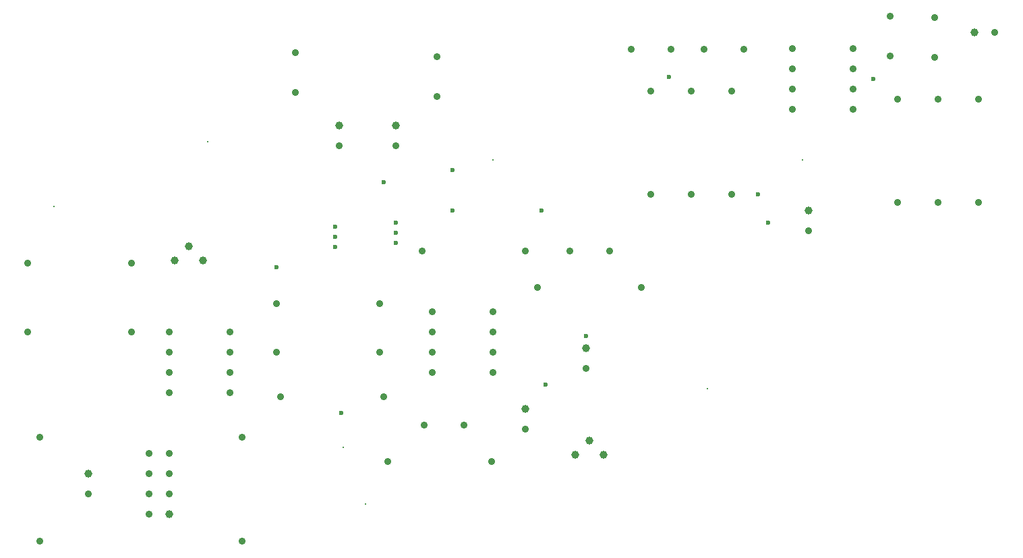
<source format=gbr>
G04 Generated by Ultiboard 12.0 *
%FSLAX25Y25*%
%MOIN*%

%ADD11C,0.03500*%
%ADD12C,0.03543*%
%ADD13C,0.03937*%
%ADD14C,0.03917*%
%ADD15C,0.02362*%
%ADD16C,0.00700*%


G04 ColorRGB 000000 for the following layer *
%LNDrill-Copper Top-Copper Bottom*%
%LPD*%
G54D11*
X110000Y120000D03*
X110000Y90000D03*
X110000Y110000D03*
X110000Y100000D03*
X80000Y110000D03*
X80000Y90000D03*
X80000Y100000D03*
X80000Y120000D03*
X40000Y40000D03*
X240000Y130000D03*
X240000Y100000D03*
X240000Y120000D03*
X240000Y110000D03*
X210000Y120000D03*
X210000Y100000D03*
X210000Y110000D03*
X210000Y130000D03*
X418000Y260000D03*
X418000Y230000D03*
X418000Y250000D03*
X418000Y240000D03*
X388000Y250000D03*
X388000Y230000D03*
X388000Y240000D03*
X388000Y260000D03*
X488000Y268000D03*
X286000Y102000D03*
X256000Y72000D03*
X70000Y40000D03*
X80000Y50000D03*
X80000Y60000D03*
X70000Y60000D03*
X70000Y30000D03*
X70000Y50000D03*
X80000Y40000D03*
X164000Y212000D03*
X192000Y212000D03*
X396000Y170000D03*
G54D12*
X61181Y120000D03*
X10000Y120000D03*
X132819Y134000D03*
X184000Y134000D03*
X61181Y154000D03*
X10000Y154000D03*
X132819Y110000D03*
X184000Y110000D03*
X134819Y88000D03*
X186000Y88000D03*
X116000Y16819D03*
X116000Y68000D03*
X16000Y16819D03*
X16000Y68000D03*
X239181Y56000D03*
X188000Y56000D03*
X440000Y235181D03*
X440000Y184000D03*
X460000Y235181D03*
X460000Y184000D03*
X480000Y235181D03*
X480000Y184000D03*
X338000Y239181D03*
X338000Y188000D03*
X358000Y239181D03*
X358000Y188000D03*
X436197Y256315D03*
X436197Y276000D03*
X458040Y255772D03*
X458040Y275457D03*
X225685Y74197D03*
X206000Y74197D03*
X297685Y160197D03*
X278000Y160197D03*
X313181Y142000D03*
X262000Y142000D03*
X204819Y160000D03*
X256000Y160000D03*
X318000Y239181D03*
X318000Y188000D03*
X308315Y259803D03*
X328000Y259803D03*
X344315Y259803D03*
X364000Y259803D03*
X142197Y238315D03*
X142197Y258000D03*
X212197Y236315D03*
X212197Y256000D03*
G54D13*
X89464Y162536D03*
X82393Y155464D03*
X96536Y155464D03*
X287464Y66536D03*
X280393Y59464D03*
X294536Y59464D03*
G54D14*
X40000Y50000D03*
X478000Y268000D03*
X286000Y112000D03*
X256000Y82000D03*
X80000Y30000D03*
X164000Y222000D03*
X192000Y222000D03*
X396000Y180000D03*
G54D15*
X191960Y164050D03*
X191960Y174100D03*
X191960Y169090D03*
X161960Y162050D03*
X161960Y172100D03*
X161960Y167090D03*
X266000Y94000D03*
X264000Y180000D03*
X286000Y118000D03*
X376000Y174000D03*
X371000Y188000D03*
X133000Y152000D03*
X220000Y180000D03*
X220000Y200000D03*
X186000Y194000D03*
X327000Y246000D03*
X428000Y245000D03*
X165000Y80000D03*
G54D16*
X23000Y182000D03*
X166000Y63000D03*
X177000Y35000D03*
X99000Y214000D03*
X240000Y205000D03*
X393000Y205000D03*
X346000Y92000D03*

M00*

</source>
